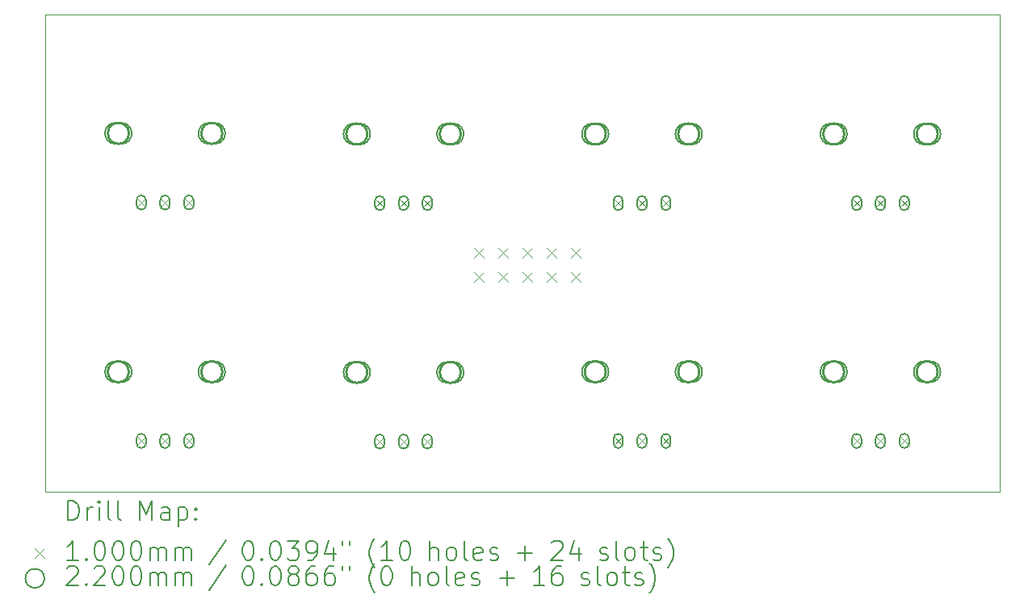
<source format=gbr>
%TF.GenerationSoftware,KiCad,Pcbnew,(7.0.0)*%
%TF.CreationDate,2023-05-18T23:58:31+02:00*%
%TF.ProjectId,Pot,506f742e-6b69-4636-9164-5f7063625858,rev?*%
%TF.SameCoordinates,Original*%
%TF.FileFunction,Drillmap*%
%TF.FilePolarity,Positive*%
%FSLAX45Y45*%
G04 Gerber Fmt 4.5, Leading zero omitted, Abs format (unit mm)*
G04 Created by KiCad (PCBNEW (7.0.0)) date 2023-05-18 23:58:31*
%MOMM*%
%LPD*%
G01*
G04 APERTURE LIST*
%ADD10C,0.100000*%
%ADD11C,0.200000*%
%ADD12C,0.220000*%
G04 APERTURE END LIST*
D10*
X16200000Y-11100000D02*
X6190000Y-11100000D01*
X6190000Y-6100000D01*
X16200000Y-6100000D01*
X16200000Y-11100000D01*
D11*
D10*
X7150000Y-8018798D02*
X7250000Y-8118798D01*
X7250000Y-8018798D02*
X7150000Y-8118798D01*
D11*
X7150000Y-8043798D02*
X7150000Y-8093798D01*
X7150000Y-8093798D02*
G75*
G03*
X7250000Y-8093798I50000J0D01*
G01*
X7250000Y-8093798D02*
X7250000Y-8043798D01*
X7250000Y-8043798D02*
G75*
G03*
X7150000Y-8043798I-50000J0D01*
G01*
D10*
X7150000Y-10518798D02*
X7250000Y-10618798D01*
X7250000Y-10518798D02*
X7150000Y-10618798D01*
D11*
X7150000Y-10543798D02*
X7150000Y-10593798D01*
X7150000Y-10593798D02*
G75*
G03*
X7250000Y-10593798I50000J0D01*
G01*
X7250000Y-10593798D02*
X7250000Y-10543798D01*
X7250000Y-10543798D02*
G75*
G03*
X7150000Y-10543798I-50000J0D01*
G01*
D10*
X7399339Y-8019015D02*
X7499339Y-8119015D01*
X7499339Y-8019015D02*
X7399339Y-8119015D01*
D11*
X7399339Y-8044015D02*
X7399339Y-8094015D01*
X7399339Y-8094015D02*
G75*
G03*
X7499339Y-8094015I50000J0D01*
G01*
X7499339Y-8094015D02*
X7499339Y-8044015D01*
X7499339Y-8044015D02*
G75*
G03*
X7399339Y-8044015I-50000J0D01*
G01*
D10*
X7399339Y-10519015D02*
X7499339Y-10619015D01*
X7499339Y-10519015D02*
X7399339Y-10619015D01*
D11*
X7399339Y-10544015D02*
X7399339Y-10594015D01*
X7399339Y-10594015D02*
G75*
G03*
X7499339Y-10594015I50000J0D01*
G01*
X7499339Y-10594015D02*
X7499339Y-10544015D01*
X7499339Y-10544015D02*
G75*
G03*
X7399339Y-10544015I-50000J0D01*
G01*
D10*
X7650000Y-8018354D02*
X7750000Y-8118354D01*
X7750000Y-8018354D02*
X7650000Y-8118354D01*
D11*
X7650000Y-8043354D02*
X7650000Y-8093354D01*
X7650000Y-8093354D02*
G75*
G03*
X7750000Y-8093354I50000J0D01*
G01*
X7750000Y-8093354D02*
X7750000Y-8043354D01*
X7750000Y-8043354D02*
G75*
G03*
X7650000Y-8043354I-50000J0D01*
G01*
D10*
X7650000Y-10518354D02*
X7750000Y-10618354D01*
X7750000Y-10518354D02*
X7650000Y-10618354D01*
D11*
X7650000Y-10543354D02*
X7650000Y-10593354D01*
X7650000Y-10593354D02*
G75*
G03*
X7750000Y-10593354I50000J0D01*
G01*
X7750000Y-10593354D02*
X7750000Y-10543354D01*
X7750000Y-10543354D02*
G75*
G03*
X7650000Y-10543354I-50000J0D01*
G01*
D10*
X9650000Y-8025114D02*
X9750000Y-8125114D01*
X9750000Y-8025114D02*
X9650000Y-8125114D01*
D11*
X9650000Y-8050114D02*
X9650000Y-8100114D01*
X9650000Y-8100114D02*
G75*
G03*
X9750000Y-8100114I50000J0D01*
G01*
X9750000Y-8100114D02*
X9750000Y-8050114D01*
X9750000Y-8050114D02*
G75*
G03*
X9650000Y-8050114I-50000J0D01*
G01*
D10*
X9650000Y-10525114D02*
X9750000Y-10625114D01*
X9750000Y-10525114D02*
X9650000Y-10625114D01*
D11*
X9650000Y-10550114D02*
X9650000Y-10600114D01*
X9650000Y-10600114D02*
G75*
G03*
X9750000Y-10600114I50000J0D01*
G01*
X9750000Y-10600114D02*
X9750000Y-10550114D01*
X9750000Y-10550114D02*
G75*
G03*
X9650000Y-10550114I-50000J0D01*
G01*
D10*
X9899339Y-8025331D02*
X9999339Y-8125331D01*
X9999339Y-8025331D02*
X9899339Y-8125331D01*
D11*
X9899339Y-8050331D02*
X9899339Y-8100331D01*
X9899339Y-8100331D02*
G75*
G03*
X9999339Y-8100331I50000J0D01*
G01*
X9999339Y-8100331D02*
X9999339Y-8050331D01*
X9999339Y-8050331D02*
G75*
G03*
X9899339Y-8050331I-50000J0D01*
G01*
D10*
X9899339Y-10525331D02*
X9999339Y-10625331D01*
X9999339Y-10525331D02*
X9899339Y-10625331D01*
D11*
X9899339Y-10550331D02*
X9899339Y-10600331D01*
X9899339Y-10600331D02*
G75*
G03*
X9999339Y-10600331I50000J0D01*
G01*
X9999339Y-10600331D02*
X9999339Y-10550331D01*
X9999339Y-10550331D02*
G75*
G03*
X9899339Y-10550331I-50000J0D01*
G01*
D10*
X10150000Y-8024669D02*
X10250000Y-8124669D01*
X10250000Y-8024669D02*
X10150000Y-8124669D01*
D11*
X10150000Y-8049669D02*
X10150000Y-8099669D01*
X10150000Y-8099669D02*
G75*
G03*
X10250000Y-8099669I50000J0D01*
G01*
X10250000Y-8099669D02*
X10250000Y-8049669D01*
X10250000Y-8049669D02*
G75*
G03*
X10150000Y-8049669I-50000J0D01*
G01*
D10*
X10150000Y-10524669D02*
X10250000Y-10624669D01*
X10250000Y-10524669D02*
X10150000Y-10624669D01*
D11*
X10150000Y-10549669D02*
X10150000Y-10599669D01*
X10150000Y-10599669D02*
G75*
G03*
X10250000Y-10599669I50000J0D01*
G01*
X10250000Y-10599669D02*
X10250000Y-10549669D01*
X10250000Y-10549669D02*
G75*
G03*
X10150000Y-10549669I-50000J0D01*
G01*
D10*
X10691400Y-8544600D02*
X10791400Y-8644600D01*
X10791400Y-8544600D02*
X10691400Y-8644600D01*
X10691400Y-8798600D02*
X10791400Y-8898600D01*
X10791400Y-8798600D02*
X10691400Y-8898600D01*
X10945400Y-8544600D02*
X11045400Y-8644600D01*
X11045400Y-8544600D02*
X10945400Y-8644600D01*
X10945400Y-8798600D02*
X11045400Y-8898600D01*
X11045400Y-8798600D02*
X10945400Y-8898600D01*
X11199400Y-8544600D02*
X11299400Y-8644600D01*
X11299400Y-8544600D02*
X11199400Y-8644600D01*
X11199400Y-8798600D02*
X11299400Y-8898600D01*
X11299400Y-8798600D02*
X11199400Y-8898600D01*
X11453400Y-8544600D02*
X11553400Y-8644600D01*
X11553400Y-8544600D02*
X11453400Y-8644600D01*
X11453400Y-8798600D02*
X11553400Y-8898600D01*
X11553400Y-8798600D02*
X11453400Y-8898600D01*
X11707400Y-8544600D02*
X11807400Y-8644600D01*
X11807400Y-8544600D02*
X11707400Y-8644600D01*
X11707400Y-8798600D02*
X11807400Y-8898600D01*
X11807400Y-8798600D02*
X11707400Y-8898600D01*
X12150000Y-8025114D02*
X12250000Y-8125114D01*
X12250000Y-8025114D02*
X12150000Y-8125114D01*
D11*
X12150000Y-8050114D02*
X12150000Y-8100114D01*
X12150000Y-8100114D02*
G75*
G03*
X12250000Y-8100114I50000J0D01*
G01*
X12250000Y-8100114D02*
X12250000Y-8050114D01*
X12250000Y-8050114D02*
G75*
G03*
X12150000Y-8050114I-50000J0D01*
G01*
D10*
X12150000Y-10518798D02*
X12250000Y-10618798D01*
X12250000Y-10518798D02*
X12150000Y-10618798D01*
D11*
X12150000Y-10543798D02*
X12150000Y-10593798D01*
X12150000Y-10593798D02*
G75*
G03*
X12250000Y-10593798I50000J0D01*
G01*
X12250000Y-10593798D02*
X12250000Y-10543798D01*
X12250000Y-10543798D02*
G75*
G03*
X12150000Y-10543798I-50000J0D01*
G01*
D10*
X12399339Y-8025331D02*
X12499339Y-8125331D01*
X12499339Y-8025331D02*
X12399339Y-8125331D01*
D11*
X12399339Y-8050331D02*
X12399339Y-8100331D01*
X12399339Y-8100331D02*
G75*
G03*
X12499339Y-8100331I50000J0D01*
G01*
X12499339Y-8100331D02*
X12499339Y-8050331D01*
X12499339Y-8050331D02*
G75*
G03*
X12399339Y-8050331I-50000J0D01*
G01*
D10*
X12399339Y-10519015D02*
X12499339Y-10619015D01*
X12499339Y-10519015D02*
X12399339Y-10619015D01*
D11*
X12399339Y-10544015D02*
X12399339Y-10594015D01*
X12399339Y-10594015D02*
G75*
G03*
X12499339Y-10594015I50000J0D01*
G01*
X12499339Y-10594015D02*
X12499339Y-10544015D01*
X12499339Y-10544015D02*
G75*
G03*
X12399339Y-10544015I-50000J0D01*
G01*
D10*
X12650000Y-8024669D02*
X12750000Y-8124669D01*
X12750000Y-8024669D02*
X12650000Y-8124669D01*
D11*
X12650000Y-8049669D02*
X12650000Y-8099669D01*
X12650000Y-8099669D02*
G75*
G03*
X12750000Y-8099669I50000J0D01*
G01*
X12750000Y-8099669D02*
X12750000Y-8049669D01*
X12750000Y-8049669D02*
G75*
G03*
X12650000Y-8049669I-50000J0D01*
G01*
D10*
X12650000Y-10518354D02*
X12750000Y-10618354D01*
X12750000Y-10518354D02*
X12650000Y-10618354D01*
D11*
X12650000Y-10543354D02*
X12650000Y-10593354D01*
X12650000Y-10593354D02*
G75*
G03*
X12750000Y-10593354I50000J0D01*
G01*
X12750000Y-10593354D02*
X12750000Y-10543354D01*
X12750000Y-10543354D02*
G75*
G03*
X12650000Y-10543354I-50000J0D01*
G01*
D10*
X14650000Y-8025114D02*
X14750000Y-8125114D01*
X14750000Y-8025114D02*
X14650000Y-8125114D01*
D11*
X14650000Y-8050114D02*
X14650000Y-8100114D01*
X14650000Y-8100114D02*
G75*
G03*
X14750000Y-8100114I50000J0D01*
G01*
X14750000Y-8100114D02*
X14750000Y-8050114D01*
X14750000Y-8050114D02*
G75*
G03*
X14650000Y-8050114I-50000J0D01*
G01*
D10*
X14650000Y-10518798D02*
X14750000Y-10618798D01*
X14750000Y-10518798D02*
X14650000Y-10618798D01*
D11*
X14650000Y-10543798D02*
X14650000Y-10593798D01*
X14650000Y-10593798D02*
G75*
G03*
X14750000Y-10593798I50000J0D01*
G01*
X14750000Y-10593798D02*
X14750000Y-10543798D01*
X14750000Y-10543798D02*
G75*
G03*
X14650000Y-10543798I-50000J0D01*
G01*
D10*
X14899339Y-8025331D02*
X14999339Y-8125331D01*
X14999339Y-8025331D02*
X14899339Y-8125331D01*
D11*
X14899339Y-8050331D02*
X14899339Y-8100331D01*
X14899339Y-8100331D02*
G75*
G03*
X14999339Y-8100331I50000J0D01*
G01*
X14999339Y-8100331D02*
X14999339Y-8050331D01*
X14999339Y-8050331D02*
G75*
G03*
X14899339Y-8050331I-50000J0D01*
G01*
D10*
X14899339Y-10519015D02*
X14999339Y-10619015D01*
X14999339Y-10519015D02*
X14899339Y-10619015D01*
D11*
X14899339Y-10544015D02*
X14899339Y-10594015D01*
X14899339Y-10594015D02*
G75*
G03*
X14999339Y-10594015I50000J0D01*
G01*
X14999339Y-10594015D02*
X14999339Y-10544015D01*
X14999339Y-10544015D02*
G75*
G03*
X14899339Y-10544015I-50000J0D01*
G01*
D10*
X15150000Y-8024669D02*
X15250000Y-8124669D01*
X15250000Y-8024669D02*
X15150000Y-8124669D01*
D11*
X15150000Y-8049669D02*
X15150000Y-8099669D01*
X15150000Y-8099669D02*
G75*
G03*
X15250000Y-8099669I50000J0D01*
G01*
X15250000Y-8099669D02*
X15250000Y-8049669D01*
X15250000Y-8049669D02*
G75*
G03*
X15150000Y-8049669I-50000J0D01*
G01*
D10*
X15150000Y-10518354D02*
X15250000Y-10618354D01*
X15250000Y-10518354D02*
X15150000Y-10618354D01*
D11*
X15150000Y-10543354D02*
X15150000Y-10593354D01*
X15150000Y-10593354D02*
G75*
G03*
X15250000Y-10593354I50000J0D01*
G01*
X15250000Y-10593354D02*
X15250000Y-10543354D01*
X15250000Y-10543354D02*
G75*
G03*
X15150000Y-10543354I-50000J0D01*
G01*
D12*
X7070000Y-7343685D02*
G75*
G03*
X7070000Y-7343685I-110000J0D01*
G01*
D11*
X6930000Y-7453685D02*
X6990000Y-7453685D01*
X6990000Y-7453685D02*
G75*
G03*
X6990000Y-7233685I0J110000D01*
G01*
X6990000Y-7233685D02*
X6930000Y-7233685D01*
X6930000Y-7233685D02*
G75*
G03*
X6930000Y-7453685I0J-110000D01*
G01*
D12*
X7070000Y-9843685D02*
G75*
G03*
X7070000Y-9843685I-110000J0D01*
G01*
D11*
X6930000Y-9953685D02*
X6990000Y-9953685D01*
X6990000Y-9953685D02*
G75*
G03*
X6990000Y-9733685I0J110000D01*
G01*
X6990000Y-9733685D02*
X6930000Y-9733685D01*
X6930000Y-9733685D02*
G75*
G03*
X6930000Y-9953685I0J-110000D01*
G01*
D12*
X8050000Y-7343685D02*
G75*
G03*
X8050000Y-7343685I-110000J0D01*
G01*
D11*
X7910000Y-7453685D02*
X7970000Y-7453685D01*
X7970000Y-7453685D02*
G75*
G03*
X7970000Y-7233685I0J110000D01*
G01*
X7970000Y-7233685D02*
X7910000Y-7233685D01*
X7910000Y-7233685D02*
G75*
G03*
X7910000Y-7453685I0J-110000D01*
G01*
D12*
X8050000Y-9843685D02*
G75*
G03*
X8050000Y-9843685I-110000J0D01*
G01*
D11*
X7910000Y-9953685D02*
X7970000Y-9953685D01*
X7970000Y-9953685D02*
G75*
G03*
X7970000Y-9733685I0J110000D01*
G01*
X7970000Y-9733685D02*
X7910000Y-9733685D01*
X7910000Y-9733685D02*
G75*
G03*
X7910000Y-9953685I0J-110000D01*
G01*
D12*
X9570000Y-7350000D02*
G75*
G03*
X9570000Y-7350000I-110000J0D01*
G01*
D11*
X9430000Y-7460000D02*
X9490000Y-7460000D01*
X9490000Y-7460000D02*
G75*
G03*
X9490000Y-7240000I0J110000D01*
G01*
X9490000Y-7240000D02*
X9430000Y-7240000D01*
X9430000Y-7240000D02*
G75*
G03*
X9430000Y-7460000I0J-110000D01*
G01*
D12*
X9570000Y-9850000D02*
G75*
G03*
X9570000Y-9850000I-110000J0D01*
G01*
D11*
X9430000Y-9960000D02*
X9490000Y-9960000D01*
X9490000Y-9960000D02*
G75*
G03*
X9490000Y-9740000I0J110000D01*
G01*
X9490000Y-9740000D02*
X9430000Y-9740000D01*
X9430000Y-9740000D02*
G75*
G03*
X9430000Y-9960000I0J-110000D01*
G01*
D12*
X10550000Y-7350000D02*
G75*
G03*
X10550000Y-7350000I-110000J0D01*
G01*
D11*
X10410000Y-7460000D02*
X10470000Y-7460000D01*
X10470000Y-7460000D02*
G75*
G03*
X10470000Y-7240000I0J110000D01*
G01*
X10470000Y-7240000D02*
X10410000Y-7240000D01*
X10410000Y-7240000D02*
G75*
G03*
X10410000Y-7460000I0J-110000D01*
G01*
D12*
X10550000Y-9850000D02*
G75*
G03*
X10550000Y-9850000I-110000J0D01*
G01*
D11*
X10410000Y-9960000D02*
X10470000Y-9960000D01*
X10470000Y-9960000D02*
G75*
G03*
X10470000Y-9740000I0J110000D01*
G01*
X10470000Y-9740000D02*
X10410000Y-9740000D01*
X10410000Y-9740000D02*
G75*
G03*
X10410000Y-9960000I0J-110000D01*
G01*
D12*
X12070000Y-7350000D02*
G75*
G03*
X12070000Y-7350000I-110000J0D01*
G01*
D11*
X11930000Y-7460000D02*
X11990000Y-7460000D01*
X11990000Y-7460000D02*
G75*
G03*
X11990000Y-7240000I0J110000D01*
G01*
X11990000Y-7240000D02*
X11930000Y-7240000D01*
X11930000Y-7240000D02*
G75*
G03*
X11930000Y-7460000I0J-110000D01*
G01*
D12*
X12070000Y-9843685D02*
G75*
G03*
X12070000Y-9843685I-110000J0D01*
G01*
D11*
X11930000Y-9953685D02*
X11990000Y-9953685D01*
X11990000Y-9953685D02*
G75*
G03*
X11990000Y-9733685I0J110000D01*
G01*
X11990000Y-9733685D02*
X11930000Y-9733685D01*
X11930000Y-9733685D02*
G75*
G03*
X11930000Y-9953685I0J-110000D01*
G01*
D12*
X13050000Y-7350000D02*
G75*
G03*
X13050000Y-7350000I-110000J0D01*
G01*
D11*
X12910000Y-7460000D02*
X12970000Y-7460000D01*
X12970000Y-7460000D02*
G75*
G03*
X12970000Y-7240000I0J110000D01*
G01*
X12970000Y-7240000D02*
X12910000Y-7240000D01*
X12910000Y-7240000D02*
G75*
G03*
X12910000Y-7460000I0J-110000D01*
G01*
D12*
X13050000Y-9843685D02*
G75*
G03*
X13050000Y-9843685I-110000J0D01*
G01*
D11*
X12910000Y-9953685D02*
X12970000Y-9953685D01*
X12970000Y-9953685D02*
G75*
G03*
X12970000Y-9733685I0J110000D01*
G01*
X12970000Y-9733685D02*
X12910000Y-9733685D01*
X12910000Y-9733685D02*
G75*
G03*
X12910000Y-9953685I0J-110000D01*
G01*
D12*
X14570000Y-7350000D02*
G75*
G03*
X14570000Y-7350000I-110000J0D01*
G01*
D11*
X14430000Y-7460000D02*
X14490000Y-7460000D01*
X14490000Y-7460000D02*
G75*
G03*
X14490000Y-7240000I0J110000D01*
G01*
X14490000Y-7240000D02*
X14430000Y-7240000D01*
X14430000Y-7240000D02*
G75*
G03*
X14430000Y-7460000I0J-110000D01*
G01*
D12*
X14570000Y-9843685D02*
G75*
G03*
X14570000Y-9843685I-110000J0D01*
G01*
D11*
X14430000Y-9953685D02*
X14490000Y-9953685D01*
X14490000Y-9953685D02*
G75*
G03*
X14490000Y-9733685I0J110000D01*
G01*
X14490000Y-9733685D02*
X14430000Y-9733685D01*
X14430000Y-9733685D02*
G75*
G03*
X14430000Y-9953685I0J-110000D01*
G01*
D12*
X15550000Y-7350000D02*
G75*
G03*
X15550000Y-7350000I-110000J0D01*
G01*
D11*
X15410000Y-7460000D02*
X15470000Y-7460000D01*
X15470000Y-7460000D02*
G75*
G03*
X15470000Y-7240000I0J110000D01*
G01*
X15470000Y-7240000D02*
X15410000Y-7240000D01*
X15410000Y-7240000D02*
G75*
G03*
X15410000Y-7460000I0J-110000D01*
G01*
D12*
X15550000Y-9843685D02*
G75*
G03*
X15550000Y-9843685I-110000J0D01*
G01*
D11*
X15410000Y-9953685D02*
X15470000Y-9953685D01*
X15470000Y-9953685D02*
G75*
G03*
X15470000Y-9733685I0J110000D01*
G01*
X15470000Y-9733685D02*
X15410000Y-9733685D01*
X15410000Y-9733685D02*
G75*
G03*
X15410000Y-9953685I0J-110000D01*
G01*
X6432619Y-11398476D02*
X6432619Y-11198476D01*
X6432619Y-11198476D02*
X6480238Y-11198476D01*
X6480238Y-11198476D02*
X6508809Y-11208000D01*
X6508809Y-11208000D02*
X6527857Y-11227048D01*
X6527857Y-11227048D02*
X6537381Y-11246095D01*
X6537381Y-11246095D02*
X6546905Y-11284190D01*
X6546905Y-11284190D02*
X6546905Y-11312762D01*
X6546905Y-11312762D02*
X6537381Y-11350857D01*
X6537381Y-11350857D02*
X6527857Y-11369905D01*
X6527857Y-11369905D02*
X6508809Y-11388952D01*
X6508809Y-11388952D02*
X6480238Y-11398476D01*
X6480238Y-11398476D02*
X6432619Y-11398476D01*
X6632619Y-11398476D02*
X6632619Y-11265143D01*
X6632619Y-11303238D02*
X6642143Y-11284190D01*
X6642143Y-11284190D02*
X6651667Y-11274667D01*
X6651667Y-11274667D02*
X6670714Y-11265143D01*
X6670714Y-11265143D02*
X6689762Y-11265143D01*
X6756428Y-11398476D02*
X6756428Y-11265143D01*
X6756428Y-11198476D02*
X6746905Y-11208000D01*
X6746905Y-11208000D02*
X6756428Y-11217524D01*
X6756428Y-11217524D02*
X6765952Y-11208000D01*
X6765952Y-11208000D02*
X6756428Y-11198476D01*
X6756428Y-11198476D02*
X6756428Y-11217524D01*
X6880238Y-11398476D02*
X6861190Y-11388952D01*
X6861190Y-11388952D02*
X6851667Y-11369905D01*
X6851667Y-11369905D02*
X6851667Y-11198476D01*
X6985000Y-11398476D02*
X6965952Y-11388952D01*
X6965952Y-11388952D02*
X6956428Y-11369905D01*
X6956428Y-11369905D02*
X6956428Y-11198476D01*
X7181190Y-11398476D02*
X7181190Y-11198476D01*
X7181190Y-11198476D02*
X7247857Y-11341333D01*
X7247857Y-11341333D02*
X7314524Y-11198476D01*
X7314524Y-11198476D02*
X7314524Y-11398476D01*
X7495476Y-11398476D02*
X7495476Y-11293714D01*
X7495476Y-11293714D02*
X7485952Y-11274667D01*
X7485952Y-11274667D02*
X7466905Y-11265143D01*
X7466905Y-11265143D02*
X7428809Y-11265143D01*
X7428809Y-11265143D02*
X7409762Y-11274667D01*
X7495476Y-11388952D02*
X7476428Y-11398476D01*
X7476428Y-11398476D02*
X7428809Y-11398476D01*
X7428809Y-11398476D02*
X7409762Y-11388952D01*
X7409762Y-11388952D02*
X7400238Y-11369905D01*
X7400238Y-11369905D02*
X7400238Y-11350857D01*
X7400238Y-11350857D02*
X7409762Y-11331809D01*
X7409762Y-11331809D02*
X7428809Y-11322286D01*
X7428809Y-11322286D02*
X7476428Y-11322286D01*
X7476428Y-11322286D02*
X7495476Y-11312762D01*
X7590714Y-11265143D02*
X7590714Y-11465143D01*
X7590714Y-11274667D02*
X7609762Y-11265143D01*
X7609762Y-11265143D02*
X7647857Y-11265143D01*
X7647857Y-11265143D02*
X7666905Y-11274667D01*
X7666905Y-11274667D02*
X7676428Y-11284190D01*
X7676428Y-11284190D02*
X7685952Y-11303238D01*
X7685952Y-11303238D02*
X7685952Y-11360381D01*
X7685952Y-11360381D02*
X7676428Y-11379428D01*
X7676428Y-11379428D02*
X7666905Y-11388952D01*
X7666905Y-11388952D02*
X7647857Y-11398476D01*
X7647857Y-11398476D02*
X7609762Y-11398476D01*
X7609762Y-11398476D02*
X7590714Y-11388952D01*
X7771667Y-11379428D02*
X7781190Y-11388952D01*
X7781190Y-11388952D02*
X7771667Y-11398476D01*
X7771667Y-11398476D02*
X7762143Y-11388952D01*
X7762143Y-11388952D02*
X7771667Y-11379428D01*
X7771667Y-11379428D02*
X7771667Y-11398476D01*
X7771667Y-11274667D02*
X7781190Y-11284190D01*
X7781190Y-11284190D02*
X7771667Y-11293714D01*
X7771667Y-11293714D02*
X7762143Y-11284190D01*
X7762143Y-11284190D02*
X7771667Y-11274667D01*
X7771667Y-11274667D02*
X7771667Y-11293714D01*
D10*
X6085000Y-11695000D02*
X6185000Y-11795000D01*
X6185000Y-11695000D02*
X6085000Y-11795000D01*
D11*
X6537381Y-11818476D02*
X6423095Y-11818476D01*
X6480238Y-11818476D02*
X6480238Y-11618476D01*
X6480238Y-11618476D02*
X6461190Y-11647048D01*
X6461190Y-11647048D02*
X6442143Y-11666095D01*
X6442143Y-11666095D02*
X6423095Y-11675619D01*
X6623095Y-11799428D02*
X6632619Y-11808952D01*
X6632619Y-11808952D02*
X6623095Y-11818476D01*
X6623095Y-11818476D02*
X6613571Y-11808952D01*
X6613571Y-11808952D02*
X6623095Y-11799428D01*
X6623095Y-11799428D02*
X6623095Y-11818476D01*
X6756428Y-11618476D02*
X6775476Y-11618476D01*
X6775476Y-11618476D02*
X6794524Y-11628000D01*
X6794524Y-11628000D02*
X6804048Y-11637524D01*
X6804048Y-11637524D02*
X6813571Y-11656571D01*
X6813571Y-11656571D02*
X6823095Y-11694667D01*
X6823095Y-11694667D02*
X6823095Y-11742286D01*
X6823095Y-11742286D02*
X6813571Y-11780381D01*
X6813571Y-11780381D02*
X6804048Y-11799428D01*
X6804048Y-11799428D02*
X6794524Y-11808952D01*
X6794524Y-11808952D02*
X6775476Y-11818476D01*
X6775476Y-11818476D02*
X6756428Y-11818476D01*
X6756428Y-11818476D02*
X6737381Y-11808952D01*
X6737381Y-11808952D02*
X6727857Y-11799428D01*
X6727857Y-11799428D02*
X6718333Y-11780381D01*
X6718333Y-11780381D02*
X6708809Y-11742286D01*
X6708809Y-11742286D02*
X6708809Y-11694667D01*
X6708809Y-11694667D02*
X6718333Y-11656571D01*
X6718333Y-11656571D02*
X6727857Y-11637524D01*
X6727857Y-11637524D02*
X6737381Y-11628000D01*
X6737381Y-11628000D02*
X6756428Y-11618476D01*
X6946905Y-11618476D02*
X6965952Y-11618476D01*
X6965952Y-11618476D02*
X6985000Y-11628000D01*
X6985000Y-11628000D02*
X6994524Y-11637524D01*
X6994524Y-11637524D02*
X7004048Y-11656571D01*
X7004048Y-11656571D02*
X7013571Y-11694667D01*
X7013571Y-11694667D02*
X7013571Y-11742286D01*
X7013571Y-11742286D02*
X7004048Y-11780381D01*
X7004048Y-11780381D02*
X6994524Y-11799428D01*
X6994524Y-11799428D02*
X6985000Y-11808952D01*
X6985000Y-11808952D02*
X6965952Y-11818476D01*
X6965952Y-11818476D02*
X6946905Y-11818476D01*
X6946905Y-11818476D02*
X6927857Y-11808952D01*
X6927857Y-11808952D02*
X6918333Y-11799428D01*
X6918333Y-11799428D02*
X6908809Y-11780381D01*
X6908809Y-11780381D02*
X6899286Y-11742286D01*
X6899286Y-11742286D02*
X6899286Y-11694667D01*
X6899286Y-11694667D02*
X6908809Y-11656571D01*
X6908809Y-11656571D02*
X6918333Y-11637524D01*
X6918333Y-11637524D02*
X6927857Y-11628000D01*
X6927857Y-11628000D02*
X6946905Y-11618476D01*
X7137381Y-11618476D02*
X7156429Y-11618476D01*
X7156429Y-11618476D02*
X7175476Y-11628000D01*
X7175476Y-11628000D02*
X7185000Y-11637524D01*
X7185000Y-11637524D02*
X7194524Y-11656571D01*
X7194524Y-11656571D02*
X7204048Y-11694667D01*
X7204048Y-11694667D02*
X7204048Y-11742286D01*
X7204048Y-11742286D02*
X7194524Y-11780381D01*
X7194524Y-11780381D02*
X7185000Y-11799428D01*
X7185000Y-11799428D02*
X7175476Y-11808952D01*
X7175476Y-11808952D02*
X7156429Y-11818476D01*
X7156429Y-11818476D02*
X7137381Y-11818476D01*
X7137381Y-11818476D02*
X7118333Y-11808952D01*
X7118333Y-11808952D02*
X7108809Y-11799428D01*
X7108809Y-11799428D02*
X7099286Y-11780381D01*
X7099286Y-11780381D02*
X7089762Y-11742286D01*
X7089762Y-11742286D02*
X7089762Y-11694667D01*
X7089762Y-11694667D02*
X7099286Y-11656571D01*
X7099286Y-11656571D02*
X7108809Y-11637524D01*
X7108809Y-11637524D02*
X7118333Y-11628000D01*
X7118333Y-11628000D02*
X7137381Y-11618476D01*
X7289762Y-11818476D02*
X7289762Y-11685143D01*
X7289762Y-11704190D02*
X7299286Y-11694667D01*
X7299286Y-11694667D02*
X7318333Y-11685143D01*
X7318333Y-11685143D02*
X7346905Y-11685143D01*
X7346905Y-11685143D02*
X7365952Y-11694667D01*
X7365952Y-11694667D02*
X7375476Y-11713714D01*
X7375476Y-11713714D02*
X7375476Y-11818476D01*
X7375476Y-11713714D02*
X7385000Y-11694667D01*
X7385000Y-11694667D02*
X7404048Y-11685143D01*
X7404048Y-11685143D02*
X7432619Y-11685143D01*
X7432619Y-11685143D02*
X7451667Y-11694667D01*
X7451667Y-11694667D02*
X7461190Y-11713714D01*
X7461190Y-11713714D02*
X7461190Y-11818476D01*
X7556429Y-11818476D02*
X7556429Y-11685143D01*
X7556429Y-11704190D02*
X7565952Y-11694667D01*
X7565952Y-11694667D02*
X7585000Y-11685143D01*
X7585000Y-11685143D02*
X7613571Y-11685143D01*
X7613571Y-11685143D02*
X7632619Y-11694667D01*
X7632619Y-11694667D02*
X7642143Y-11713714D01*
X7642143Y-11713714D02*
X7642143Y-11818476D01*
X7642143Y-11713714D02*
X7651667Y-11694667D01*
X7651667Y-11694667D02*
X7670714Y-11685143D01*
X7670714Y-11685143D02*
X7699286Y-11685143D01*
X7699286Y-11685143D02*
X7718333Y-11694667D01*
X7718333Y-11694667D02*
X7727857Y-11713714D01*
X7727857Y-11713714D02*
X7727857Y-11818476D01*
X8085952Y-11608952D02*
X7914524Y-11866095D01*
X8310714Y-11618476D02*
X8329762Y-11618476D01*
X8329762Y-11618476D02*
X8348810Y-11628000D01*
X8348810Y-11628000D02*
X8358333Y-11637524D01*
X8358333Y-11637524D02*
X8367857Y-11656571D01*
X8367857Y-11656571D02*
X8377381Y-11694667D01*
X8377381Y-11694667D02*
X8377381Y-11742286D01*
X8377381Y-11742286D02*
X8367857Y-11780381D01*
X8367857Y-11780381D02*
X8358333Y-11799428D01*
X8358333Y-11799428D02*
X8348810Y-11808952D01*
X8348810Y-11808952D02*
X8329762Y-11818476D01*
X8329762Y-11818476D02*
X8310714Y-11818476D01*
X8310714Y-11818476D02*
X8291667Y-11808952D01*
X8291667Y-11808952D02*
X8282143Y-11799428D01*
X8282143Y-11799428D02*
X8272619Y-11780381D01*
X8272619Y-11780381D02*
X8263095Y-11742286D01*
X8263095Y-11742286D02*
X8263095Y-11694667D01*
X8263095Y-11694667D02*
X8272619Y-11656571D01*
X8272619Y-11656571D02*
X8282143Y-11637524D01*
X8282143Y-11637524D02*
X8291667Y-11628000D01*
X8291667Y-11628000D02*
X8310714Y-11618476D01*
X8463095Y-11799428D02*
X8472619Y-11808952D01*
X8472619Y-11808952D02*
X8463095Y-11818476D01*
X8463095Y-11818476D02*
X8453572Y-11808952D01*
X8453572Y-11808952D02*
X8463095Y-11799428D01*
X8463095Y-11799428D02*
X8463095Y-11818476D01*
X8596429Y-11618476D02*
X8615476Y-11618476D01*
X8615476Y-11618476D02*
X8634524Y-11628000D01*
X8634524Y-11628000D02*
X8644048Y-11637524D01*
X8644048Y-11637524D02*
X8653572Y-11656571D01*
X8653572Y-11656571D02*
X8663095Y-11694667D01*
X8663095Y-11694667D02*
X8663095Y-11742286D01*
X8663095Y-11742286D02*
X8653572Y-11780381D01*
X8653572Y-11780381D02*
X8644048Y-11799428D01*
X8644048Y-11799428D02*
X8634524Y-11808952D01*
X8634524Y-11808952D02*
X8615476Y-11818476D01*
X8615476Y-11818476D02*
X8596429Y-11818476D01*
X8596429Y-11818476D02*
X8577381Y-11808952D01*
X8577381Y-11808952D02*
X8567857Y-11799428D01*
X8567857Y-11799428D02*
X8558333Y-11780381D01*
X8558333Y-11780381D02*
X8548810Y-11742286D01*
X8548810Y-11742286D02*
X8548810Y-11694667D01*
X8548810Y-11694667D02*
X8558333Y-11656571D01*
X8558333Y-11656571D02*
X8567857Y-11637524D01*
X8567857Y-11637524D02*
X8577381Y-11628000D01*
X8577381Y-11628000D02*
X8596429Y-11618476D01*
X8729762Y-11618476D02*
X8853572Y-11618476D01*
X8853572Y-11618476D02*
X8786905Y-11694667D01*
X8786905Y-11694667D02*
X8815476Y-11694667D01*
X8815476Y-11694667D02*
X8834524Y-11704190D01*
X8834524Y-11704190D02*
X8844048Y-11713714D01*
X8844048Y-11713714D02*
X8853572Y-11732762D01*
X8853572Y-11732762D02*
X8853572Y-11780381D01*
X8853572Y-11780381D02*
X8844048Y-11799428D01*
X8844048Y-11799428D02*
X8834524Y-11808952D01*
X8834524Y-11808952D02*
X8815476Y-11818476D01*
X8815476Y-11818476D02*
X8758333Y-11818476D01*
X8758333Y-11818476D02*
X8739286Y-11808952D01*
X8739286Y-11808952D02*
X8729762Y-11799428D01*
X8948810Y-11818476D02*
X8986905Y-11818476D01*
X8986905Y-11818476D02*
X9005953Y-11808952D01*
X9005953Y-11808952D02*
X9015476Y-11799428D01*
X9015476Y-11799428D02*
X9034524Y-11770857D01*
X9034524Y-11770857D02*
X9044048Y-11732762D01*
X9044048Y-11732762D02*
X9044048Y-11656571D01*
X9044048Y-11656571D02*
X9034524Y-11637524D01*
X9034524Y-11637524D02*
X9025000Y-11628000D01*
X9025000Y-11628000D02*
X9005953Y-11618476D01*
X9005953Y-11618476D02*
X8967857Y-11618476D01*
X8967857Y-11618476D02*
X8948810Y-11628000D01*
X8948810Y-11628000D02*
X8939286Y-11637524D01*
X8939286Y-11637524D02*
X8929762Y-11656571D01*
X8929762Y-11656571D02*
X8929762Y-11704190D01*
X8929762Y-11704190D02*
X8939286Y-11723238D01*
X8939286Y-11723238D02*
X8948810Y-11732762D01*
X8948810Y-11732762D02*
X8967857Y-11742286D01*
X8967857Y-11742286D02*
X9005953Y-11742286D01*
X9005953Y-11742286D02*
X9025000Y-11732762D01*
X9025000Y-11732762D02*
X9034524Y-11723238D01*
X9034524Y-11723238D02*
X9044048Y-11704190D01*
X9215476Y-11685143D02*
X9215476Y-11818476D01*
X9167857Y-11608952D02*
X9120238Y-11751809D01*
X9120238Y-11751809D02*
X9244048Y-11751809D01*
X9310714Y-11618476D02*
X9310714Y-11656571D01*
X9386905Y-11618476D02*
X9386905Y-11656571D01*
X9649762Y-11894667D02*
X9640238Y-11885143D01*
X9640238Y-11885143D02*
X9621191Y-11856571D01*
X9621191Y-11856571D02*
X9611667Y-11837524D01*
X9611667Y-11837524D02*
X9602143Y-11808952D01*
X9602143Y-11808952D02*
X9592619Y-11761333D01*
X9592619Y-11761333D02*
X9592619Y-11723238D01*
X9592619Y-11723238D02*
X9602143Y-11675619D01*
X9602143Y-11675619D02*
X9611667Y-11647048D01*
X9611667Y-11647048D02*
X9621191Y-11628000D01*
X9621191Y-11628000D02*
X9640238Y-11599428D01*
X9640238Y-11599428D02*
X9649762Y-11589905D01*
X9830714Y-11818476D02*
X9716429Y-11818476D01*
X9773572Y-11818476D02*
X9773572Y-11618476D01*
X9773572Y-11618476D02*
X9754524Y-11647048D01*
X9754524Y-11647048D02*
X9735476Y-11666095D01*
X9735476Y-11666095D02*
X9716429Y-11675619D01*
X9954524Y-11618476D02*
X9973572Y-11618476D01*
X9973572Y-11618476D02*
X9992619Y-11628000D01*
X9992619Y-11628000D02*
X10002143Y-11637524D01*
X10002143Y-11637524D02*
X10011667Y-11656571D01*
X10011667Y-11656571D02*
X10021191Y-11694667D01*
X10021191Y-11694667D02*
X10021191Y-11742286D01*
X10021191Y-11742286D02*
X10011667Y-11780381D01*
X10011667Y-11780381D02*
X10002143Y-11799428D01*
X10002143Y-11799428D02*
X9992619Y-11808952D01*
X9992619Y-11808952D02*
X9973572Y-11818476D01*
X9973572Y-11818476D02*
X9954524Y-11818476D01*
X9954524Y-11818476D02*
X9935476Y-11808952D01*
X9935476Y-11808952D02*
X9925953Y-11799428D01*
X9925953Y-11799428D02*
X9916429Y-11780381D01*
X9916429Y-11780381D02*
X9906905Y-11742286D01*
X9906905Y-11742286D02*
X9906905Y-11694667D01*
X9906905Y-11694667D02*
X9916429Y-11656571D01*
X9916429Y-11656571D02*
X9925953Y-11637524D01*
X9925953Y-11637524D02*
X9935476Y-11628000D01*
X9935476Y-11628000D02*
X9954524Y-11618476D01*
X10226905Y-11818476D02*
X10226905Y-11618476D01*
X10312619Y-11818476D02*
X10312619Y-11713714D01*
X10312619Y-11713714D02*
X10303095Y-11694667D01*
X10303095Y-11694667D02*
X10284048Y-11685143D01*
X10284048Y-11685143D02*
X10255476Y-11685143D01*
X10255476Y-11685143D02*
X10236429Y-11694667D01*
X10236429Y-11694667D02*
X10226905Y-11704190D01*
X10436429Y-11818476D02*
X10417381Y-11808952D01*
X10417381Y-11808952D02*
X10407857Y-11799428D01*
X10407857Y-11799428D02*
X10398334Y-11780381D01*
X10398334Y-11780381D02*
X10398334Y-11723238D01*
X10398334Y-11723238D02*
X10407857Y-11704190D01*
X10407857Y-11704190D02*
X10417381Y-11694667D01*
X10417381Y-11694667D02*
X10436429Y-11685143D01*
X10436429Y-11685143D02*
X10465000Y-11685143D01*
X10465000Y-11685143D02*
X10484048Y-11694667D01*
X10484048Y-11694667D02*
X10493572Y-11704190D01*
X10493572Y-11704190D02*
X10503095Y-11723238D01*
X10503095Y-11723238D02*
X10503095Y-11780381D01*
X10503095Y-11780381D02*
X10493572Y-11799428D01*
X10493572Y-11799428D02*
X10484048Y-11808952D01*
X10484048Y-11808952D02*
X10465000Y-11818476D01*
X10465000Y-11818476D02*
X10436429Y-11818476D01*
X10617381Y-11818476D02*
X10598334Y-11808952D01*
X10598334Y-11808952D02*
X10588810Y-11789905D01*
X10588810Y-11789905D02*
X10588810Y-11618476D01*
X10769762Y-11808952D02*
X10750715Y-11818476D01*
X10750715Y-11818476D02*
X10712619Y-11818476D01*
X10712619Y-11818476D02*
X10693572Y-11808952D01*
X10693572Y-11808952D02*
X10684048Y-11789905D01*
X10684048Y-11789905D02*
X10684048Y-11713714D01*
X10684048Y-11713714D02*
X10693572Y-11694667D01*
X10693572Y-11694667D02*
X10712619Y-11685143D01*
X10712619Y-11685143D02*
X10750715Y-11685143D01*
X10750715Y-11685143D02*
X10769762Y-11694667D01*
X10769762Y-11694667D02*
X10779286Y-11713714D01*
X10779286Y-11713714D02*
X10779286Y-11732762D01*
X10779286Y-11732762D02*
X10684048Y-11751809D01*
X10855476Y-11808952D02*
X10874524Y-11818476D01*
X10874524Y-11818476D02*
X10912619Y-11818476D01*
X10912619Y-11818476D02*
X10931667Y-11808952D01*
X10931667Y-11808952D02*
X10941191Y-11789905D01*
X10941191Y-11789905D02*
X10941191Y-11780381D01*
X10941191Y-11780381D02*
X10931667Y-11761333D01*
X10931667Y-11761333D02*
X10912619Y-11751809D01*
X10912619Y-11751809D02*
X10884048Y-11751809D01*
X10884048Y-11751809D02*
X10865000Y-11742286D01*
X10865000Y-11742286D02*
X10855476Y-11723238D01*
X10855476Y-11723238D02*
X10855476Y-11713714D01*
X10855476Y-11713714D02*
X10865000Y-11694667D01*
X10865000Y-11694667D02*
X10884048Y-11685143D01*
X10884048Y-11685143D02*
X10912619Y-11685143D01*
X10912619Y-11685143D02*
X10931667Y-11694667D01*
X11146905Y-11742286D02*
X11299286Y-11742286D01*
X11223095Y-11818476D02*
X11223095Y-11666095D01*
X11505000Y-11637524D02*
X11514524Y-11628000D01*
X11514524Y-11628000D02*
X11533572Y-11618476D01*
X11533572Y-11618476D02*
X11581191Y-11618476D01*
X11581191Y-11618476D02*
X11600238Y-11628000D01*
X11600238Y-11628000D02*
X11609762Y-11637524D01*
X11609762Y-11637524D02*
X11619286Y-11656571D01*
X11619286Y-11656571D02*
X11619286Y-11675619D01*
X11619286Y-11675619D02*
X11609762Y-11704190D01*
X11609762Y-11704190D02*
X11495476Y-11818476D01*
X11495476Y-11818476D02*
X11619286Y-11818476D01*
X11790714Y-11685143D02*
X11790714Y-11818476D01*
X11743095Y-11608952D02*
X11695476Y-11751809D01*
X11695476Y-11751809D02*
X11819286Y-11751809D01*
X12005953Y-11808952D02*
X12025000Y-11818476D01*
X12025000Y-11818476D02*
X12063095Y-11818476D01*
X12063095Y-11818476D02*
X12082143Y-11808952D01*
X12082143Y-11808952D02*
X12091667Y-11789905D01*
X12091667Y-11789905D02*
X12091667Y-11780381D01*
X12091667Y-11780381D02*
X12082143Y-11761333D01*
X12082143Y-11761333D02*
X12063095Y-11751809D01*
X12063095Y-11751809D02*
X12034524Y-11751809D01*
X12034524Y-11751809D02*
X12015476Y-11742286D01*
X12015476Y-11742286D02*
X12005953Y-11723238D01*
X12005953Y-11723238D02*
X12005953Y-11713714D01*
X12005953Y-11713714D02*
X12015476Y-11694667D01*
X12015476Y-11694667D02*
X12034524Y-11685143D01*
X12034524Y-11685143D02*
X12063095Y-11685143D01*
X12063095Y-11685143D02*
X12082143Y-11694667D01*
X12205953Y-11818476D02*
X12186905Y-11808952D01*
X12186905Y-11808952D02*
X12177381Y-11789905D01*
X12177381Y-11789905D02*
X12177381Y-11618476D01*
X12310714Y-11818476D02*
X12291667Y-11808952D01*
X12291667Y-11808952D02*
X12282143Y-11799428D01*
X12282143Y-11799428D02*
X12272619Y-11780381D01*
X12272619Y-11780381D02*
X12272619Y-11723238D01*
X12272619Y-11723238D02*
X12282143Y-11704190D01*
X12282143Y-11704190D02*
X12291667Y-11694667D01*
X12291667Y-11694667D02*
X12310714Y-11685143D01*
X12310714Y-11685143D02*
X12339286Y-11685143D01*
X12339286Y-11685143D02*
X12358334Y-11694667D01*
X12358334Y-11694667D02*
X12367857Y-11704190D01*
X12367857Y-11704190D02*
X12377381Y-11723238D01*
X12377381Y-11723238D02*
X12377381Y-11780381D01*
X12377381Y-11780381D02*
X12367857Y-11799428D01*
X12367857Y-11799428D02*
X12358334Y-11808952D01*
X12358334Y-11808952D02*
X12339286Y-11818476D01*
X12339286Y-11818476D02*
X12310714Y-11818476D01*
X12434524Y-11685143D02*
X12510714Y-11685143D01*
X12463095Y-11618476D02*
X12463095Y-11789905D01*
X12463095Y-11789905D02*
X12472619Y-11808952D01*
X12472619Y-11808952D02*
X12491667Y-11818476D01*
X12491667Y-11818476D02*
X12510714Y-11818476D01*
X12567857Y-11808952D02*
X12586905Y-11818476D01*
X12586905Y-11818476D02*
X12625000Y-11818476D01*
X12625000Y-11818476D02*
X12644048Y-11808952D01*
X12644048Y-11808952D02*
X12653572Y-11789905D01*
X12653572Y-11789905D02*
X12653572Y-11780381D01*
X12653572Y-11780381D02*
X12644048Y-11761333D01*
X12644048Y-11761333D02*
X12625000Y-11751809D01*
X12625000Y-11751809D02*
X12596429Y-11751809D01*
X12596429Y-11751809D02*
X12577381Y-11742286D01*
X12577381Y-11742286D02*
X12567857Y-11723238D01*
X12567857Y-11723238D02*
X12567857Y-11713714D01*
X12567857Y-11713714D02*
X12577381Y-11694667D01*
X12577381Y-11694667D02*
X12596429Y-11685143D01*
X12596429Y-11685143D02*
X12625000Y-11685143D01*
X12625000Y-11685143D02*
X12644048Y-11694667D01*
X12720238Y-11894667D02*
X12729762Y-11885143D01*
X12729762Y-11885143D02*
X12748810Y-11856571D01*
X12748810Y-11856571D02*
X12758334Y-11837524D01*
X12758334Y-11837524D02*
X12767857Y-11808952D01*
X12767857Y-11808952D02*
X12777381Y-11761333D01*
X12777381Y-11761333D02*
X12777381Y-11723238D01*
X12777381Y-11723238D02*
X12767857Y-11675619D01*
X12767857Y-11675619D02*
X12758334Y-11647048D01*
X12758334Y-11647048D02*
X12748810Y-11628000D01*
X12748810Y-11628000D02*
X12729762Y-11599428D01*
X12729762Y-11599428D02*
X12720238Y-11589905D01*
X6185000Y-12009000D02*
G75*
G03*
X6185000Y-12009000I-100000J0D01*
G01*
X6423095Y-11901524D02*
X6432619Y-11892000D01*
X6432619Y-11892000D02*
X6451667Y-11882476D01*
X6451667Y-11882476D02*
X6499286Y-11882476D01*
X6499286Y-11882476D02*
X6518333Y-11892000D01*
X6518333Y-11892000D02*
X6527857Y-11901524D01*
X6527857Y-11901524D02*
X6537381Y-11920571D01*
X6537381Y-11920571D02*
X6537381Y-11939619D01*
X6537381Y-11939619D02*
X6527857Y-11968190D01*
X6527857Y-11968190D02*
X6413571Y-12082476D01*
X6413571Y-12082476D02*
X6537381Y-12082476D01*
X6623095Y-12063428D02*
X6632619Y-12072952D01*
X6632619Y-12072952D02*
X6623095Y-12082476D01*
X6623095Y-12082476D02*
X6613571Y-12072952D01*
X6613571Y-12072952D02*
X6623095Y-12063428D01*
X6623095Y-12063428D02*
X6623095Y-12082476D01*
X6708809Y-11901524D02*
X6718333Y-11892000D01*
X6718333Y-11892000D02*
X6737381Y-11882476D01*
X6737381Y-11882476D02*
X6785000Y-11882476D01*
X6785000Y-11882476D02*
X6804048Y-11892000D01*
X6804048Y-11892000D02*
X6813571Y-11901524D01*
X6813571Y-11901524D02*
X6823095Y-11920571D01*
X6823095Y-11920571D02*
X6823095Y-11939619D01*
X6823095Y-11939619D02*
X6813571Y-11968190D01*
X6813571Y-11968190D02*
X6699286Y-12082476D01*
X6699286Y-12082476D02*
X6823095Y-12082476D01*
X6946905Y-11882476D02*
X6965952Y-11882476D01*
X6965952Y-11882476D02*
X6985000Y-11892000D01*
X6985000Y-11892000D02*
X6994524Y-11901524D01*
X6994524Y-11901524D02*
X7004048Y-11920571D01*
X7004048Y-11920571D02*
X7013571Y-11958667D01*
X7013571Y-11958667D02*
X7013571Y-12006286D01*
X7013571Y-12006286D02*
X7004048Y-12044381D01*
X7004048Y-12044381D02*
X6994524Y-12063428D01*
X6994524Y-12063428D02*
X6985000Y-12072952D01*
X6985000Y-12072952D02*
X6965952Y-12082476D01*
X6965952Y-12082476D02*
X6946905Y-12082476D01*
X6946905Y-12082476D02*
X6927857Y-12072952D01*
X6927857Y-12072952D02*
X6918333Y-12063428D01*
X6918333Y-12063428D02*
X6908809Y-12044381D01*
X6908809Y-12044381D02*
X6899286Y-12006286D01*
X6899286Y-12006286D02*
X6899286Y-11958667D01*
X6899286Y-11958667D02*
X6908809Y-11920571D01*
X6908809Y-11920571D02*
X6918333Y-11901524D01*
X6918333Y-11901524D02*
X6927857Y-11892000D01*
X6927857Y-11892000D02*
X6946905Y-11882476D01*
X7137381Y-11882476D02*
X7156429Y-11882476D01*
X7156429Y-11882476D02*
X7175476Y-11892000D01*
X7175476Y-11892000D02*
X7185000Y-11901524D01*
X7185000Y-11901524D02*
X7194524Y-11920571D01*
X7194524Y-11920571D02*
X7204048Y-11958667D01*
X7204048Y-11958667D02*
X7204048Y-12006286D01*
X7204048Y-12006286D02*
X7194524Y-12044381D01*
X7194524Y-12044381D02*
X7185000Y-12063428D01*
X7185000Y-12063428D02*
X7175476Y-12072952D01*
X7175476Y-12072952D02*
X7156429Y-12082476D01*
X7156429Y-12082476D02*
X7137381Y-12082476D01*
X7137381Y-12082476D02*
X7118333Y-12072952D01*
X7118333Y-12072952D02*
X7108809Y-12063428D01*
X7108809Y-12063428D02*
X7099286Y-12044381D01*
X7099286Y-12044381D02*
X7089762Y-12006286D01*
X7089762Y-12006286D02*
X7089762Y-11958667D01*
X7089762Y-11958667D02*
X7099286Y-11920571D01*
X7099286Y-11920571D02*
X7108809Y-11901524D01*
X7108809Y-11901524D02*
X7118333Y-11892000D01*
X7118333Y-11892000D02*
X7137381Y-11882476D01*
X7289762Y-12082476D02*
X7289762Y-11949143D01*
X7289762Y-11968190D02*
X7299286Y-11958667D01*
X7299286Y-11958667D02*
X7318333Y-11949143D01*
X7318333Y-11949143D02*
X7346905Y-11949143D01*
X7346905Y-11949143D02*
X7365952Y-11958667D01*
X7365952Y-11958667D02*
X7375476Y-11977714D01*
X7375476Y-11977714D02*
X7375476Y-12082476D01*
X7375476Y-11977714D02*
X7385000Y-11958667D01*
X7385000Y-11958667D02*
X7404048Y-11949143D01*
X7404048Y-11949143D02*
X7432619Y-11949143D01*
X7432619Y-11949143D02*
X7451667Y-11958667D01*
X7451667Y-11958667D02*
X7461190Y-11977714D01*
X7461190Y-11977714D02*
X7461190Y-12082476D01*
X7556429Y-12082476D02*
X7556429Y-11949143D01*
X7556429Y-11968190D02*
X7565952Y-11958667D01*
X7565952Y-11958667D02*
X7585000Y-11949143D01*
X7585000Y-11949143D02*
X7613571Y-11949143D01*
X7613571Y-11949143D02*
X7632619Y-11958667D01*
X7632619Y-11958667D02*
X7642143Y-11977714D01*
X7642143Y-11977714D02*
X7642143Y-12082476D01*
X7642143Y-11977714D02*
X7651667Y-11958667D01*
X7651667Y-11958667D02*
X7670714Y-11949143D01*
X7670714Y-11949143D02*
X7699286Y-11949143D01*
X7699286Y-11949143D02*
X7718333Y-11958667D01*
X7718333Y-11958667D02*
X7727857Y-11977714D01*
X7727857Y-11977714D02*
X7727857Y-12082476D01*
X8085952Y-11872952D02*
X7914524Y-12130095D01*
X8310714Y-11882476D02*
X8329762Y-11882476D01*
X8329762Y-11882476D02*
X8348810Y-11892000D01*
X8348810Y-11892000D02*
X8358333Y-11901524D01*
X8358333Y-11901524D02*
X8367857Y-11920571D01*
X8367857Y-11920571D02*
X8377381Y-11958667D01*
X8377381Y-11958667D02*
X8377381Y-12006286D01*
X8377381Y-12006286D02*
X8367857Y-12044381D01*
X8367857Y-12044381D02*
X8358333Y-12063428D01*
X8358333Y-12063428D02*
X8348810Y-12072952D01*
X8348810Y-12072952D02*
X8329762Y-12082476D01*
X8329762Y-12082476D02*
X8310714Y-12082476D01*
X8310714Y-12082476D02*
X8291667Y-12072952D01*
X8291667Y-12072952D02*
X8282143Y-12063428D01*
X8282143Y-12063428D02*
X8272619Y-12044381D01*
X8272619Y-12044381D02*
X8263095Y-12006286D01*
X8263095Y-12006286D02*
X8263095Y-11958667D01*
X8263095Y-11958667D02*
X8272619Y-11920571D01*
X8272619Y-11920571D02*
X8282143Y-11901524D01*
X8282143Y-11901524D02*
X8291667Y-11892000D01*
X8291667Y-11892000D02*
X8310714Y-11882476D01*
X8463095Y-12063428D02*
X8472619Y-12072952D01*
X8472619Y-12072952D02*
X8463095Y-12082476D01*
X8463095Y-12082476D02*
X8453572Y-12072952D01*
X8453572Y-12072952D02*
X8463095Y-12063428D01*
X8463095Y-12063428D02*
X8463095Y-12082476D01*
X8596429Y-11882476D02*
X8615476Y-11882476D01*
X8615476Y-11882476D02*
X8634524Y-11892000D01*
X8634524Y-11892000D02*
X8644048Y-11901524D01*
X8644048Y-11901524D02*
X8653572Y-11920571D01*
X8653572Y-11920571D02*
X8663095Y-11958667D01*
X8663095Y-11958667D02*
X8663095Y-12006286D01*
X8663095Y-12006286D02*
X8653572Y-12044381D01*
X8653572Y-12044381D02*
X8644048Y-12063428D01*
X8644048Y-12063428D02*
X8634524Y-12072952D01*
X8634524Y-12072952D02*
X8615476Y-12082476D01*
X8615476Y-12082476D02*
X8596429Y-12082476D01*
X8596429Y-12082476D02*
X8577381Y-12072952D01*
X8577381Y-12072952D02*
X8567857Y-12063428D01*
X8567857Y-12063428D02*
X8558333Y-12044381D01*
X8558333Y-12044381D02*
X8548810Y-12006286D01*
X8548810Y-12006286D02*
X8548810Y-11958667D01*
X8548810Y-11958667D02*
X8558333Y-11920571D01*
X8558333Y-11920571D02*
X8567857Y-11901524D01*
X8567857Y-11901524D02*
X8577381Y-11892000D01*
X8577381Y-11892000D02*
X8596429Y-11882476D01*
X8777381Y-11968190D02*
X8758333Y-11958667D01*
X8758333Y-11958667D02*
X8748810Y-11949143D01*
X8748810Y-11949143D02*
X8739286Y-11930095D01*
X8739286Y-11930095D02*
X8739286Y-11920571D01*
X8739286Y-11920571D02*
X8748810Y-11901524D01*
X8748810Y-11901524D02*
X8758333Y-11892000D01*
X8758333Y-11892000D02*
X8777381Y-11882476D01*
X8777381Y-11882476D02*
X8815476Y-11882476D01*
X8815476Y-11882476D02*
X8834524Y-11892000D01*
X8834524Y-11892000D02*
X8844048Y-11901524D01*
X8844048Y-11901524D02*
X8853572Y-11920571D01*
X8853572Y-11920571D02*
X8853572Y-11930095D01*
X8853572Y-11930095D02*
X8844048Y-11949143D01*
X8844048Y-11949143D02*
X8834524Y-11958667D01*
X8834524Y-11958667D02*
X8815476Y-11968190D01*
X8815476Y-11968190D02*
X8777381Y-11968190D01*
X8777381Y-11968190D02*
X8758333Y-11977714D01*
X8758333Y-11977714D02*
X8748810Y-11987238D01*
X8748810Y-11987238D02*
X8739286Y-12006286D01*
X8739286Y-12006286D02*
X8739286Y-12044381D01*
X8739286Y-12044381D02*
X8748810Y-12063428D01*
X8748810Y-12063428D02*
X8758333Y-12072952D01*
X8758333Y-12072952D02*
X8777381Y-12082476D01*
X8777381Y-12082476D02*
X8815476Y-12082476D01*
X8815476Y-12082476D02*
X8834524Y-12072952D01*
X8834524Y-12072952D02*
X8844048Y-12063428D01*
X8844048Y-12063428D02*
X8853572Y-12044381D01*
X8853572Y-12044381D02*
X8853572Y-12006286D01*
X8853572Y-12006286D02*
X8844048Y-11987238D01*
X8844048Y-11987238D02*
X8834524Y-11977714D01*
X8834524Y-11977714D02*
X8815476Y-11968190D01*
X9025000Y-11882476D02*
X8986905Y-11882476D01*
X8986905Y-11882476D02*
X8967857Y-11892000D01*
X8967857Y-11892000D02*
X8958333Y-11901524D01*
X8958333Y-11901524D02*
X8939286Y-11930095D01*
X8939286Y-11930095D02*
X8929762Y-11968190D01*
X8929762Y-11968190D02*
X8929762Y-12044381D01*
X8929762Y-12044381D02*
X8939286Y-12063428D01*
X8939286Y-12063428D02*
X8948810Y-12072952D01*
X8948810Y-12072952D02*
X8967857Y-12082476D01*
X8967857Y-12082476D02*
X9005953Y-12082476D01*
X9005953Y-12082476D02*
X9025000Y-12072952D01*
X9025000Y-12072952D02*
X9034524Y-12063428D01*
X9034524Y-12063428D02*
X9044048Y-12044381D01*
X9044048Y-12044381D02*
X9044048Y-11996762D01*
X9044048Y-11996762D02*
X9034524Y-11977714D01*
X9034524Y-11977714D02*
X9025000Y-11968190D01*
X9025000Y-11968190D02*
X9005953Y-11958667D01*
X9005953Y-11958667D02*
X8967857Y-11958667D01*
X8967857Y-11958667D02*
X8948810Y-11968190D01*
X8948810Y-11968190D02*
X8939286Y-11977714D01*
X8939286Y-11977714D02*
X8929762Y-11996762D01*
X9215476Y-11882476D02*
X9177381Y-11882476D01*
X9177381Y-11882476D02*
X9158333Y-11892000D01*
X9158333Y-11892000D02*
X9148810Y-11901524D01*
X9148810Y-11901524D02*
X9129762Y-11930095D01*
X9129762Y-11930095D02*
X9120238Y-11968190D01*
X9120238Y-11968190D02*
X9120238Y-12044381D01*
X9120238Y-12044381D02*
X9129762Y-12063428D01*
X9129762Y-12063428D02*
X9139286Y-12072952D01*
X9139286Y-12072952D02*
X9158333Y-12082476D01*
X9158333Y-12082476D02*
X9196429Y-12082476D01*
X9196429Y-12082476D02*
X9215476Y-12072952D01*
X9215476Y-12072952D02*
X9225000Y-12063428D01*
X9225000Y-12063428D02*
X9234524Y-12044381D01*
X9234524Y-12044381D02*
X9234524Y-11996762D01*
X9234524Y-11996762D02*
X9225000Y-11977714D01*
X9225000Y-11977714D02*
X9215476Y-11968190D01*
X9215476Y-11968190D02*
X9196429Y-11958667D01*
X9196429Y-11958667D02*
X9158333Y-11958667D01*
X9158333Y-11958667D02*
X9139286Y-11968190D01*
X9139286Y-11968190D02*
X9129762Y-11977714D01*
X9129762Y-11977714D02*
X9120238Y-11996762D01*
X9310714Y-11882476D02*
X9310714Y-11920571D01*
X9386905Y-11882476D02*
X9386905Y-11920571D01*
X9649762Y-12158667D02*
X9640238Y-12149143D01*
X9640238Y-12149143D02*
X9621191Y-12120571D01*
X9621191Y-12120571D02*
X9611667Y-12101524D01*
X9611667Y-12101524D02*
X9602143Y-12072952D01*
X9602143Y-12072952D02*
X9592619Y-12025333D01*
X9592619Y-12025333D02*
X9592619Y-11987238D01*
X9592619Y-11987238D02*
X9602143Y-11939619D01*
X9602143Y-11939619D02*
X9611667Y-11911048D01*
X9611667Y-11911048D02*
X9621191Y-11892000D01*
X9621191Y-11892000D02*
X9640238Y-11863428D01*
X9640238Y-11863428D02*
X9649762Y-11853905D01*
X9764048Y-11882476D02*
X9783095Y-11882476D01*
X9783095Y-11882476D02*
X9802143Y-11892000D01*
X9802143Y-11892000D02*
X9811667Y-11901524D01*
X9811667Y-11901524D02*
X9821191Y-11920571D01*
X9821191Y-11920571D02*
X9830714Y-11958667D01*
X9830714Y-11958667D02*
X9830714Y-12006286D01*
X9830714Y-12006286D02*
X9821191Y-12044381D01*
X9821191Y-12044381D02*
X9811667Y-12063428D01*
X9811667Y-12063428D02*
X9802143Y-12072952D01*
X9802143Y-12072952D02*
X9783095Y-12082476D01*
X9783095Y-12082476D02*
X9764048Y-12082476D01*
X9764048Y-12082476D02*
X9745000Y-12072952D01*
X9745000Y-12072952D02*
X9735476Y-12063428D01*
X9735476Y-12063428D02*
X9725953Y-12044381D01*
X9725953Y-12044381D02*
X9716429Y-12006286D01*
X9716429Y-12006286D02*
X9716429Y-11958667D01*
X9716429Y-11958667D02*
X9725953Y-11920571D01*
X9725953Y-11920571D02*
X9735476Y-11901524D01*
X9735476Y-11901524D02*
X9745000Y-11892000D01*
X9745000Y-11892000D02*
X9764048Y-11882476D01*
X10036429Y-12082476D02*
X10036429Y-11882476D01*
X10122143Y-12082476D02*
X10122143Y-11977714D01*
X10122143Y-11977714D02*
X10112619Y-11958667D01*
X10112619Y-11958667D02*
X10093572Y-11949143D01*
X10093572Y-11949143D02*
X10065000Y-11949143D01*
X10065000Y-11949143D02*
X10045953Y-11958667D01*
X10045953Y-11958667D02*
X10036429Y-11968190D01*
X10245953Y-12082476D02*
X10226905Y-12072952D01*
X10226905Y-12072952D02*
X10217381Y-12063428D01*
X10217381Y-12063428D02*
X10207857Y-12044381D01*
X10207857Y-12044381D02*
X10207857Y-11987238D01*
X10207857Y-11987238D02*
X10217381Y-11968190D01*
X10217381Y-11968190D02*
X10226905Y-11958667D01*
X10226905Y-11958667D02*
X10245953Y-11949143D01*
X10245953Y-11949143D02*
X10274524Y-11949143D01*
X10274524Y-11949143D02*
X10293572Y-11958667D01*
X10293572Y-11958667D02*
X10303095Y-11968190D01*
X10303095Y-11968190D02*
X10312619Y-11987238D01*
X10312619Y-11987238D02*
X10312619Y-12044381D01*
X10312619Y-12044381D02*
X10303095Y-12063428D01*
X10303095Y-12063428D02*
X10293572Y-12072952D01*
X10293572Y-12072952D02*
X10274524Y-12082476D01*
X10274524Y-12082476D02*
X10245953Y-12082476D01*
X10426905Y-12082476D02*
X10407857Y-12072952D01*
X10407857Y-12072952D02*
X10398334Y-12053905D01*
X10398334Y-12053905D02*
X10398334Y-11882476D01*
X10579286Y-12072952D02*
X10560238Y-12082476D01*
X10560238Y-12082476D02*
X10522143Y-12082476D01*
X10522143Y-12082476D02*
X10503095Y-12072952D01*
X10503095Y-12072952D02*
X10493572Y-12053905D01*
X10493572Y-12053905D02*
X10493572Y-11977714D01*
X10493572Y-11977714D02*
X10503095Y-11958667D01*
X10503095Y-11958667D02*
X10522143Y-11949143D01*
X10522143Y-11949143D02*
X10560238Y-11949143D01*
X10560238Y-11949143D02*
X10579286Y-11958667D01*
X10579286Y-11958667D02*
X10588810Y-11977714D01*
X10588810Y-11977714D02*
X10588810Y-11996762D01*
X10588810Y-11996762D02*
X10493572Y-12015809D01*
X10665000Y-12072952D02*
X10684048Y-12082476D01*
X10684048Y-12082476D02*
X10722143Y-12082476D01*
X10722143Y-12082476D02*
X10741191Y-12072952D01*
X10741191Y-12072952D02*
X10750715Y-12053905D01*
X10750715Y-12053905D02*
X10750715Y-12044381D01*
X10750715Y-12044381D02*
X10741191Y-12025333D01*
X10741191Y-12025333D02*
X10722143Y-12015809D01*
X10722143Y-12015809D02*
X10693572Y-12015809D01*
X10693572Y-12015809D02*
X10674524Y-12006286D01*
X10674524Y-12006286D02*
X10665000Y-11987238D01*
X10665000Y-11987238D02*
X10665000Y-11977714D01*
X10665000Y-11977714D02*
X10674524Y-11958667D01*
X10674524Y-11958667D02*
X10693572Y-11949143D01*
X10693572Y-11949143D02*
X10722143Y-11949143D01*
X10722143Y-11949143D02*
X10741191Y-11958667D01*
X10956429Y-12006286D02*
X11108810Y-12006286D01*
X11032619Y-12082476D02*
X11032619Y-11930095D01*
X11428810Y-12082476D02*
X11314524Y-12082476D01*
X11371667Y-12082476D02*
X11371667Y-11882476D01*
X11371667Y-11882476D02*
X11352619Y-11911048D01*
X11352619Y-11911048D02*
X11333572Y-11930095D01*
X11333572Y-11930095D02*
X11314524Y-11939619D01*
X11600238Y-11882476D02*
X11562143Y-11882476D01*
X11562143Y-11882476D02*
X11543095Y-11892000D01*
X11543095Y-11892000D02*
X11533572Y-11901524D01*
X11533572Y-11901524D02*
X11514524Y-11930095D01*
X11514524Y-11930095D02*
X11505000Y-11968190D01*
X11505000Y-11968190D02*
X11505000Y-12044381D01*
X11505000Y-12044381D02*
X11514524Y-12063428D01*
X11514524Y-12063428D02*
X11524048Y-12072952D01*
X11524048Y-12072952D02*
X11543095Y-12082476D01*
X11543095Y-12082476D02*
X11581191Y-12082476D01*
X11581191Y-12082476D02*
X11600238Y-12072952D01*
X11600238Y-12072952D02*
X11609762Y-12063428D01*
X11609762Y-12063428D02*
X11619286Y-12044381D01*
X11619286Y-12044381D02*
X11619286Y-11996762D01*
X11619286Y-11996762D02*
X11609762Y-11977714D01*
X11609762Y-11977714D02*
X11600238Y-11968190D01*
X11600238Y-11968190D02*
X11581191Y-11958667D01*
X11581191Y-11958667D02*
X11543095Y-11958667D01*
X11543095Y-11958667D02*
X11524048Y-11968190D01*
X11524048Y-11968190D02*
X11514524Y-11977714D01*
X11514524Y-11977714D02*
X11505000Y-11996762D01*
X11815476Y-12072952D02*
X11834524Y-12082476D01*
X11834524Y-12082476D02*
X11872619Y-12082476D01*
X11872619Y-12082476D02*
X11891667Y-12072952D01*
X11891667Y-12072952D02*
X11901191Y-12053905D01*
X11901191Y-12053905D02*
X11901191Y-12044381D01*
X11901191Y-12044381D02*
X11891667Y-12025333D01*
X11891667Y-12025333D02*
X11872619Y-12015809D01*
X11872619Y-12015809D02*
X11844048Y-12015809D01*
X11844048Y-12015809D02*
X11825000Y-12006286D01*
X11825000Y-12006286D02*
X11815476Y-11987238D01*
X11815476Y-11987238D02*
X11815476Y-11977714D01*
X11815476Y-11977714D02*
X11825000Y-11958667D01*
X11825000Y-11958667D02*
X11844048Y-11949143D01*
X11844048Y-11949143D02*
X11872619Y-11949143D01*
X11872619Y-11949143D02*
X11891667Y-11958667D01*
X12015476Y-12082476D02*
X11996429Y-12072952D01*
X11996429Y-12072952D02*
X11986905Y-12053905D01*
X11986905Y-12053905D02*
X11986905Y-11882476D01*
X12120238Y-12082476D02*
X12101191Y-12072952D01*
X12101191Y-12072952D02*
X12091667Y-12063428D01*
X12091667Y-12063428D02*
X12082143Y-12044381D01*
X12082143Y-12044381D02*
X12082143Y-11987238D01*
X12082143Y-11987238D02*
X12091667Y-11968190D01*
X12091667Y-11968190D02*
X12101191Y-11958667D01*
X12101191Y-11958667D02*
X12120238Y-11949143D01*
X12120238Y-11949143D02*
X12148810Y-11949143D01*
X12148810Y-11949143D02*
X12167857Y-11958667D01*
X12167857Y-11958667D02*
X12177381Y-11968190D01*
X12177381Y-11968190D02*
X12186905Y-11987238D01*
X12186905Y-11987238D02*
X12186905Y-12044381D01*
X12186905Y-12044381D02*
X12177381Y-12063428D01*
X12177381Y-12063428D02*
X12167857Y-12072952D01*
X12167857Y-12072952D02*
X12148810Y-12082476D01*
X12148810Y-12082476D02*
X12120238Y-12082476D01*
X12244048Y-11949143D02*
X12320238Y-11949143D01*
X12272619Y-11882476D02*
X12272619Y-12053905D01*
X12272619Y-12053905D02*
X12282143Y-12072952D01*
X12282143Y-12072952D02*
X12301191Y-12082476D01*
X12301191Y-12082476D02*
X12320238Y-12082476D01*
X12377381Y-12072952D02*
X12396429Y-12082476D01*
X12396429Y-12082476D02*
X12434524Y-12082476D01*
X12434524Y-12082476D02*
X12453572Y-12072952D01*
X12453572Y-12072952D02*
X12463095Y-12053905D01*
X12463095Y-12053905D02*
X12463095Y-12044381D01*
X12463095Y-12044381D02*
X12453572Y-12025333D01*
X12453572Y-12025333D02*
X12434524Y-12015809D01*
X12434524Y-12015809D02*
X12405953Y-12015809D01*
X12405953Y-12015809D02*
X12386905Y-12006286D01*
X12386905Y-12006286D02*
X12377381Y-11987238D01*
X12377381Y-11987238D02*
X12377381Y-11977714D01*
X12377381Y-11977714D02*
X12386905Y-11958667D01*
X12386905Y-11958667D02*
X12405953Y-11949143D01*
X12405953Y-11949143D02*
X12434524Y-11949143D01*
X12434524Y-11949143D02*
X12453572Y-11958667D01*
X12529762Y-12158667D02*
X12539286Y-12149143D01*
X12539286Y-12149143D02*
X12558334Y-12120571D01*
X12558334Y-12120571D02*
X12567857Y-12101524D01*
X12567857Y-12101524D02*
X12577381Y-12072952D01*
X12577381Y-12072952D02*
X12586905Y-12025333D01*
X12586905Y-12025333D02*
X12586905Y-11987238D01*
X12586905Y-11987238D02*
X12577381Y-11939619D01*
X12577381Y-11939619D02*
X12567857Y-11911048D01*
X12567857Y-11911048D02*
X12558334Y-11892000D01*
X12558334Y-11892000D02*
X12539286Y-11863428D01*
X12539286Y-11863428D02*
X12529762Y-11853905D01*
M02*

</source>
